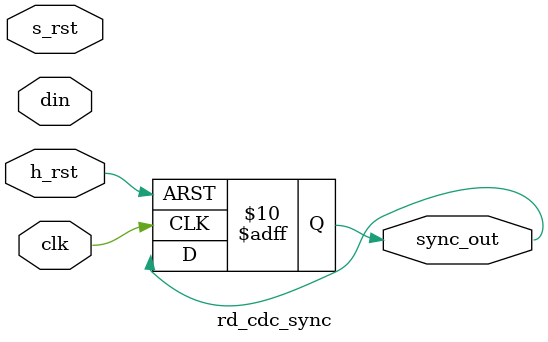
<source format=sv>
`timescale 1ns/1ps

module rd_cdc_sync #(parameter ADDRESS_WIDTH = 0, SYNC_STAGE = 0, SOFT_RESET = 0 )
	(output    logic  [ADDRESS_WIDTH:0] sync_out,
     input     logic  [ADDRESS_WIDTH:0] din     ,
	 input     logic              clk     ,
     input     logic              h_rst   ,
     input     logic              s_rst
    );
	 
	 	

logic [ADDRESS_WIDTH:0] q1,q2;

always_ff @( posedge clk or negedge h_rst)
begin
	if (!h_rst)
	begin
	    q1          <= ({ADDRESS_WIDTH{1'b0}});
        q2          <= ({ADDRESS_WIDTH{1'b0}});
	    sync_out    <= ({ADDRESS_WIDTH{1'b0}});
    end
    else 
        if (s_rst && (SOFT_RESET == 1 || SOFT_RESET == 3) )
    begin
	    q1          <= ({ADDRESS_WIDTH{1'b0}});
        q2          <= ({ADDRESS_WIDTH{1'b0}});
   	    sync_out    <= ({ADDRESS_WIDTH{1'b0}});
    end

	else 
        if (SYNC_STAGE == 2)
	begin
    	q1          <= din;
	    sync_out    <= q1 ;
    end
    else 
        if (SYNC_STAGE == 3)
	begin
	    q1          <= din;
        q2          <= q1 ;
	    sync_out    <= q2 ;
    end
end

endmodule
</source>
